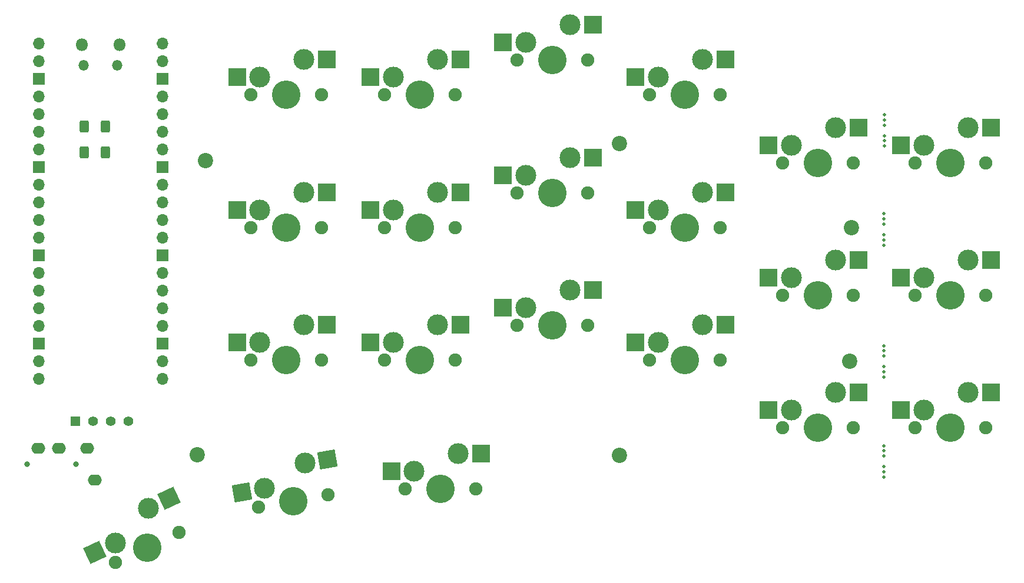
<source format=gbs>
%TF.GenerationSoftware,KiCad,Pcbnew,6.0.2+dfsg-1*%
%TF.CreationDate,2023-08-25T19:40:09+02:00*%
%TF.ProjectId,max,6d61782e-6b69-4636-9164-5f7063625858,rev1.0*%
%TF.SameCoordinates,Original*%
%TF.FileFunction,Soldermask,Bot*%
%TF.FilePolarity,Negative*%
%FSLAX46Y46*%
G04 Gerber Fmt 4.6, Leading zero omitted, Abs format (unit mm)*
G04 Created by KiCad (PCBNEW 6.0.2+dfsg-1) date 2023-08-25 19:40:09*
%MOMM*%
%LPD*%
G01*
G04 APERTURE LIST*
G04 Aperture macros list*
%AMRoundRect*
0 Rectangle with rounded corners*
0 $1 Rounding radius*
0 $2 $3 $4 $5 $6 $7 $8 $9 X,Y pos of 4 corners*
0 Add a 4 corners polygon primitive as box body*
4,1,4,$2,$3,$4,$5,$6,$7,$8,$9,$2,$3,0*
0 Add four circle primitives for the rounded corners*
1,1,$1+$1,$2,$3*
1,1,$1+$1,$4,$5*
1,1,$1+$1,$6,$7*
1,1,$1+$1,$8,$9*
0 Add four rect primitives between the rounded corners*
20,1,$1+$1,$2,$3,$4,$5,0*
20,1,$1+$1,$4,$5,$6,$7,0*
20,1,$1+$1,$6,$7,$8,$9,0*
20,1,$1+$1,$8,$9,$2,$3,0*%
%AMRotRect*
0 Rectangle, with rotation*
0 The origin of the aperture is its center*
0 $1 length*
0 $2 width*
0 $3 Rotation angle, in degrees counterclockwise*
0 Add horizontal line*
21,1,$1,$2,0,0,$3*%
G04 Aperture macros list end*
%ADD10C,1.900000*%
%ADD11C,3.000000*%
%ADD12C,4.100000*%
%ADD13R,2.550000X2.500000*%
%ADD14O,1.500000X1.500000*%
%ADD15O,1.800000X1.800000*%
%ADD16O,1.700000X1.700000*%
%ADD17R,1.700000X1.700000*%
%ADD18C,0.800000*%
%ADD19O,2.000000X1.600000*%
%ADD20RotRect,2.550000X2.500000X205.000000*%
%ADD21RotRect,2.550000X2.500000X190.000000*%
%ADD22C,0.500000*%
%ADD23RoundRect,0.250000X0.400000X0.625000X-0.400000X0.625000X-0.400000X-0.625000X0.400000X-0.625000X0*%
%ADD24C,2.200000*%
%ADD25RoundRect,0.250000X-0.400000X-0.625000X0.400000X-0.625000X0.400000X0.625000X-0.400000X0.625000X0*%
%ADD26C,1.397000*%
%ADD27R,1.397000X1.397000*%
G04 APERTURE END LIST*
D10*
%TO.C,K25*%
X102731760Y-94000000D03*
D11*
X104001760Y-91460000D03*
D10*
X112891760Y-94000000D03*
D12*
X107811760Y-94000000D03*
D11*
X110351760Y-88920000D03*
D13*
X100726760Y-91460000D03*
X113653760Y-88920000D03*
%TD*%
D12*
%TO.C,K24*%
X126979611Y-94000000D03*
D10*
X132059611Y-94000000D03*
D11*
X129519611Y-88920000D03*
X123169611Y-91460000D03*
D10*
X121899611Y-94000000D03*
D13*
X119894611Y-91460000D03*
X132821611Y-88920000D03*
%TD*%
D12*
%TO.C,K13*%
X146025992Y-69953317D03*
D10*
X151105992Y-69953317D03*
X140945992Y-69953317D03*
D11*
X142215992Y-67413317D03*
X148565992Y-64873317D03*
D13*
X138940992Y-67413317D03*
X151867992Y-64873317D03*
%TD*%
D10*
%TO.C,K2*%
X208347034Y-65604957D03*
D11*
X205807034Y-60524957D03*
D12*
X203267034Y-65604957D03*
D11*
X199457034Y-63064957D03*
D10*
X198187034Y-65604957D03*
D13*
X196182034Y-63064957D03*
X209109034Y-60524957D03*
%TD*%
D11*
%TO.C,K21*%
X205807034Y-98624957D03*
D10*
X208347034Y-103704957D03*
X198187034Y-103704957D03*
D12*
X203267034Y-103704957D03*
D11*
X199457034Y-101164957D03*
D13*
X196182034Y-101164957D03*
X209109034Y-98624957D03*
%TD*%
D10*
%TO.C,K10*%
X189297034Y-84654957D03*
D12*
X184217034Y-84654957D03*
D11*
X180407034Y-82114957D03*
D10*
X179137034Y-84654957D03*
D11*
X186757034Y-79574957D03*
D13*
X177132034Y-82114957D03*
X190059034Y-79574957D03*
%TD*%
D14*
%TO.C,U2*%
X78651800Y-51625000D03*
X83501800Y-51625000D03*
D15*
X83801800Y-48595000D03*
X78351800Y-48595000D03*
D16*
X72186800Y-48465000D03*
X72186800Y-51005000D03*
D17*
X72186800Y-53545000D03*
D16*
X72186800Y-56085000D03*
X72186800Y-58625000D03*
X72186800Y-61165000D03*
X72186800Y-63705000D03*
D17*
X72186800Y-66245000D03*
D16*
X72186800Y-68785000D03*
X72186800Y-71325000D03*
X72186800Y-73865000D03*
X72186800Y-76405000D03*
D17*
X72186800Y-78945000D03*
D16*
X72186800Y-81485000D03*
X72186800Y-84025000D03*
X72186800Y-86565000D03*
X72186800Y-89105000D03*
D17*
X72186800Y-91645000D03*
D16*
X72186800Y-94185000D03*
X72186800Y-96725000D03*
X89966800Y-96725000D03*
X89966800Y-94185000D03*
D17*
X89966800Y-91645000D03*
D16*
X89966800Y-89105000D03*
X89966800Y-86565000D03*
X89966800Y-84025000D03*
X89966800Y-81485000D03*
D17*
X89966800Y-78945000D03*
D16*
X89966800Y-76405000D03*
X89966800Y-73865000D03*
X89966800Y-71325000D03*
X89966800Y-68785000D03*
D17*
X89966800Y-66245000D03*
D16*
X89966800Y-63705000D03*
X89966800Y-61165000D03*
X89966800Y-58625000D03*
X89966800Y-56085000D03*
D17*
X89966800Y-53545000D03*
D16*
X89966800Y-51005000D03*
X89966800Y-48465000D03*
%TD*%
D10*
%TO.C,K04*%
X132059611Y-55788342D03*
X121899611Y-55788342D03*
D11*
X123169611Y-53248342D03*
X129519611Y-50708342D03*
D12*
X126979611Y-55788342D03*
D13*
X119894611Y-53248342D03*
X132821611Y-50708342D03*
%TD*%
D11*
%TO.C,K22*%
X161290000Y-91460000D03*
D10*
X160020000Y-94000000D03*
D12*
X165100000Y-94000000D03*
D11*
X167640000Y-88920000D03*
D10*
X170180000Y-94000000D03*
D13*
X158015000Y-91460000D03*
X170942000Y-88920000D03*
%TD*%
D11*
%TO.C,K30*%
X132509267Y-107455102D03*
X126159267Y-109995102D03*
D10*
X135049267Y-112535102D03*
D12*
X129969267Y-112535102D03*
D10*
X124889267Y-112535102D03*
D13*
X122884267Y-109995102D03*
X135811267Y-107455102D03*
%TD*%
D11*
%TO.C,K00*%
X180407034Y-63064957D03*
D12*
X184217034Y-65604957D03*
D11*
X186757034Y-60524957D03*
D10*
X189297034Y-65604957D03*
X179137034Y-65604957D03*
D13*
X177132034Y-63064957D03*
X190059034Y-60524957D03*
%TD*%
D10*
%TO.C,K03*%
X151105992Y-50788342D03*
D12*
X146025992Y-50788342D03*
D10*
X140945992Y-50788342D03*
D11*
X142215992Y-48248342D03*
X148565992Y-45708342D03*
D13*
X138940992Y-48248342D03*
X151867992Y-45708342D03*
%TD*%
D11*
%TO.C,K02*%
X161290000Y-53248342D03*
D10*
X170180000Y-55788342D03*
X160020000Y-55788342D03*
D12*
X165100000Y-55788342D03*
D11*
X167640000Y-50708342D03*
D13*
X158015000Y-53248342D03*
X170942000Y-50708342D03*
%TD*%
D10*
%TO.C,K12*%
X170180000Y-74953317D03*
X160020000Y-74953317D03*
D12*
X165100000Y-74953317D03*
D11*
X167640000Y-69873317D03*
X161290000Y-72413317D03*
D13*
X158015000Y-72413317D03*
X170942000Y-69873317D03*
%TD*%
D11*
%TO.C,K14*%
X123169611Y-72413317D03*
X129519611Y-69873317D03*
D10*
X121899611Y-74953317D03*
X132059611Y-74953317D03*
D12*
X126979611Y-74953317D03*
D13*
X119894611Y-72413317D03*
X132821611Y-69873317D03*
%TD*%
D12*
%TO.C,K20*%
X184217034Y-103704957D03*
D10*
X179137034Y-103704957D03*
D11*
X180407034Y-101164957D03*
D10*
X189297034Y-103704957D03*
D11*
X186757034Y-98624957D03*
D13*
X177132034Y-101164957D03*
X190059034Y-98624957D03*
%TD*%
D18*
%TO.C,J1*%
X70530000Y-109000000D03*
X77530000Y-109000000D03*
D19*
X80230000Y-111300000D03*
X79130000Y-106700000D03*
X75130000Y-106700000D03*
X72130000Y-106700000D03*
%TD*%
D10*
%TO.C,K11*%
X208347034Y-84654957D03*
D11*
X205807034Y-79574957D03*
D12*
X203267034Y-84654957D03*
D10*
X198187034Y-84654957D03*
D11*
X199457034Y-82114957D03*
D13*
X196182034Y-82114957D03*
X209109034Y-79574957D03*
%TD*%
D11*
%TO.C,K15*%
X110351760Y-69873317D03*
D10*
X102731760Y-74953317D03*
D11*
X104001760Y-72413317D03*
D10*
X112891760Y-74953317D03*
D12*
X107811760Y-74953317D03*
D13*
X100726760Y-72413317D03*
X113653760Y-69873317D03*
%TD*%
D12*
%TO.C,K32*%
X87780000Y-121000000D03*
D10*
X92384044Y-118853099D03*
X83175956Y-123146901D03*
D11*
X87935121Y-115322506D03*
X83253517Y-120308154D03*
D20*
X80285359Y-121692229D03*
X90927749Y-113927021D03*
%TD*%
D10*
%TO.C,K23*%
X151105992Y-89000000D03*
D11*
X142215992Y-86460000D03*
D10*
X140945992Y-89000000D03*
D11*
X148565992Y-83920000D03*
D12*
X146025992Y-89000000D03*
D13*
X138940992Y-86460000D03*
X151867992Y-83920000D03*
%TD*%
D10*
%TO.C,K05*%
X102731760Y-55788342D03*
X112891760Y-55788342D03*
D11*
X104001760Y-53248342D03*
D12*
X107811760Y-55788342D03*
D11*
X110351760Y-50708342D03*
D13*
X100726760Y-53248342D03*
X113653760Y-50708342D03*
%TD*%
D11*
%TO.C,K31*%
X110438402Y-108863795D03*
X104625939Y-112467873D03*
D10*
X103816300Y-115189818D03*
D12*
X108819123Y-114307685D03*
D10*
X113821946Y-113425552D03*
D21*
X101400694Y-113036571D03*
X113690237Y-108290409D03*
%TD*%
D22*
%TO.C,MB4*%
X193746116Y-72958035D03*
X193746116Y-76708035D03*
X193746116Y-77458035D03*
X193746116Y-75958035D03*
X193746116Y-73708035D03*
X193746116Y-74458035D03*
%TD*%
D23*
%TO.C,R2*%
X81788552Y-64109600D03*
X78688552Y-64109600D03*
%TD*%
D24*
%TO.C,H4*%
X155668731Y-107714113D03*
%TD*%
%TO.C,H2*%
X96153224Y-65306446D03*
%TD*%
%TO.C,H4*%
X188799504Y-94174530D03*
%TD*%
D25*
%TO.C,R1*%
X78688552Y-60401200D03*
X81788552Y-60401200D03*
%TD*%
D22*
%TO.C,MB3*%
X193703298Y-107078812D03*
X193703298Y-109328812D03*
X193703298Y-107828812D03*
X193703298Y-110078812D03*
X193703298Y-106328812D03*
X193703298Y-110828812D03*
%TD*%
D24*
%TO.C,H4*%
X189016318Y-74980397D03*
%TD*%
%TO.C,H1*%
X155668731Y-62856172D03*
%TD*%
D26*
%TO.C,J2*%
X85090001Y-102819602D03*
X82550001Y-102819602D03*
X80010001Y-102819602D03*
D27*
X77470001Y-102819602D03*
%TD*%
D24*
%TO.C,H3*%
X94980000Y-107600000D03*
%TD*%
D22*
%TO.C,MB4*%
X193703775Y-95682377D03*
X193703775Y-92682377D03*
X193703775Y-93432377D03*
X193703775Y-94932377D03*
X193703775Y-96432377D03*
X193703775Y-91932377D03*
%TD*%
%TO.C,MB4*%
X193755146Y-63210000D03*
X193755146Y-58710000D03*
X193755146Y-59460000D03*
X193755146Y-62460000D03*
X193755146Y-60210000D03*
X193755146Y-61710000D03*
%TD*%
M02*

</source>
